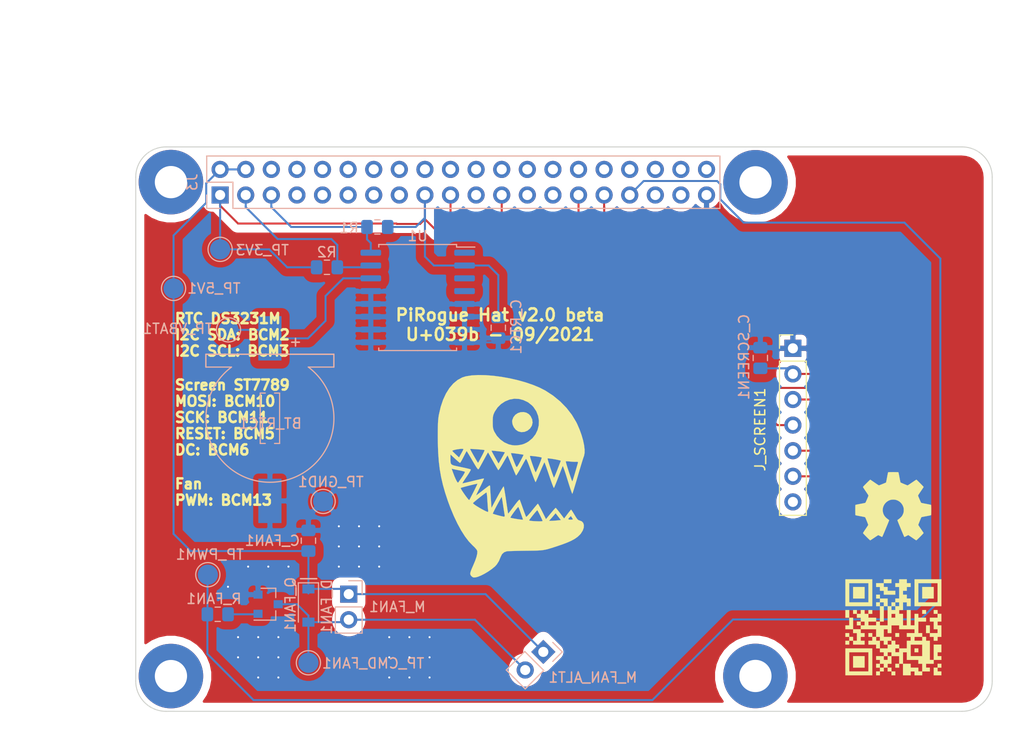
<source format=kicad_pcb>
(kicad_pcb (version 20211014) (generator pcbnew)
  (layers (0 "F.Cu" signal) (1 "In1.Cu" signal) (2 "In2.Cu" signal) (31 "B.Cu" signal) (34 "B.Paste" user) (35 "F.Paste" user) (36 "B.SilkS" user "B.Silkscreen") (37 "F.SilkS" user "F.Silkscreen") (38 "B.Mask" user) (39 "F.Mask" user) (44 "Edge.Cuts" user))
  (net 0 "")
  (net 1 "GND")
  (net 2 "Net-(BT_RTC1-Pad1)")
  (net 3 "+3V3")
  (net 4 "Net-(D_FAN1-Pad2)")
  (net 5 "+5V")
  (net 6 "PWM_FAN")
  (net 7 "SPI0_SCK")
  (net 8 "SPI0_DC")
  (net 9 "SPI0_MOSI")
  (net 10 "SCREEN_RESET")
  (net 11 "I2C0_SCL")
  (net 12 "I2C0_SDA")
  (net 13 "Net-(J3-Pad7)")
  (net 14 "Net-(J3-Pad8)")
  (net 15 "Net-(J3-Pad10)")
  (net 16 "Net-(J3-Pad11)")
  (net 17 "Net-(J3-Pad12)")
  (net 18 "Net-(J3-Pad13)")
  (net 19 "Net-(J3-Pad15)")
  (net 20 "Net-(J3-Pad16)")
  (net 21 "Net-(J3-Pad24)")
  (net 22 "Net-(J3-Pad26)")
  (net 23 "Net-(J3-Pad27)")
  (net 24 "Net-(J3-Pad28)")
  (net 25 "Net-(J3-Pad35)")
  (net 26 "Net-(J3-Pad36)")
  (net 27 "Net-(J3-Pad37)")
  (net 28 "Net-(J3-Pad38)")
  (net 29 "Net-(J3-Pad40)")
  (net 30 "Net-(J_SCREEN1-Pad7)")
  (net 31 "Net-(Q_FAN1-Pad1)")
  (net 32 "Net-(U1-Pad4)")
  (net 33 "Net-(U1-Pad3)")
  (net 34 "Net-(U1-Pad1)")
  (net 35 "Net-(J3-Pad18)")
  (net 36 "Net-(J3-Pad22)")
  (net 37 "Net-(J3-Pad32)")
  (net 38 "Net-(J3-Pad6)")
  (net 39 "Net-(J3-Pad14)")
  (net 40 "Net-(J3-Pad20)")
  (net 41 "Net-(J3-Pad25)")
  (net 42 "Net-(J3-Pad30)")
  (net 43 "Net-(J3-Pad34)")
  (net 44 "Net-(J3-Pad9)")
  (net 45 "Net-(J3-Pad21)")
  (footprint "MountingHole:MountingHole_3.2mm_M3_Pad" (layer "F.Cu") (at 86.34 134.85)
    (fp_text reference "H1")
    (fp_text value "3mm_Mounting_Hole")
    (pad "1" thru_hole circle locked (at 0 0) (size 6.4 6.4) (drill 3.2) (layers *.Cu *.Mask))
  )
  (footprint "MountingHole:MountingHole_3.2mm_M3_Pad" (layer "F.Cu") (at 144.34 134.87)
    (fp_text reference "H2")
    (fp_text value "3mm_Mounting_Hole")
    (pad "1" thru_hole circle locked (at 0 0) (size 6.4 6.4) (drill 3.2) (layers *.Cu *.Mask))
  )
  (footprint "MountingHole:MountingHole_3.2mm_M3_Pad" (layer "F.Cu") (at 86.34 183.86)
    (fp_text reference "H3")
    (fp_text value "3mm_Mounting_Hole")
    (pad "1" thru_hole circle locked (at 0 0) (size 6.4 6.4) (drill 3.2) (layers *.Cu *.Mask))
  )
  (footprint "MountingHole:MountingHole_3.2mm_M3_Pad" (layer "F.Cu") (at 144.33 183.85)
    (fp_text reference "H4")
    (fp_text value "3mm_Mounting_Hole")
    (pad "1" thru_hole circle locked (at 0 0) (size 6.4 6.4) (drill 3.2) (layers *.Cu *.Mask))
  )
  (footprint "Connector_PinHeader_2.54mm:PinHeader_1x07_P2.54mm_Vertical" (layer "F.Cu") (at 148.05 151.34)
    (fp_text reference "J_SCREEN1" (at -3.25 8.06 -90) (layer "F.SilkS"))
    (fp_text value "Conn_01x07_Female" hide)
    (pad "1" thru_hole rect locked (at 0 0) (size 1.7 1.7) (drill 1) (layers *.Cu *.Mask) (net 1 "GND"))
    (pad "2" thru_hole oval locked (at 0 2.54) (size 1.7 1.7) (drill 1) (layers *.Cu *.Mask) (net 3 "+3V3"))
    (pad "3" thru_hole oval locked (at 0 5.08) (size 1.7 1.7) (drill 1) (layers *.Cu *.Mask) (net 7 "SPI0_SCK"))
    (pad "4" thru_hole oval locked (at 0 7.62) (size 1.7 1.7) (drill 1) (layers *.Cu *.Mask) (net 9 "SPI0_MOSI"))
    (pad "5" thru_hole oval locked (at 0 10.16) (size 1.7 1.7) (drill 1) (layers *.Cu *.Mask) (net 10 "SCREEN_RESET"))
    (pad "6" thru_hole oval locked (at 0 12.7) (size 1.7 1.7) (drill 1) (layers *.Cu *.Mask) (net 8 "SPI0_DC"))
    (pad "7" thru_hole oval locked (at 0 15.24) (size 1.7 1.7) (drill 1) (layers *.Cu *.Mask) (net 30 "Net-(J_SCREEN1-Pad7)"))
  )
  (footprint "project_footprints:pirogue_logo" (layer "F.Cu") (at 120 164)
    (fp_text reference "G***" hide)
    (fp_text value "LOGO" hide)
  )
  (footprint "project_footprints:qr_code" (layer "F.Cu") (at 158 179)
    (fp_text reference "G***" hide)
    (fp_text value "LOGO" hide)
  )
  (footprint "project_footprints:open_harware" (layer "F.Cu") (at 158 167)
    (fp_text reference "G***" hide)
    (fp_text value "LOGO" hide)
  )
  (footprint "Connector_PinSocket_2.54mm:PinSocket_2x20_P2.54mm_Vertical" (layer "B.Cu") (at 91.22 136.13 -90)
    (fp_text reference "J3" (at -1.27 2.77 -90) (layer "B.SilkS") (effects (justify mirror)))
    (fp_text value "40HAT" hide)
    (pad "1" thru_hole rect locked (at 0 0 270) (size 1.7 1.7) (drill 1) (layers *.Cu *.Mask) (net 3 "+3V3"))
    (pad "2" thru_hole oval locked (at -2.54 0 270) (size 1.7 1.7) (drill 1) (layers *.Cu *.Mask) (net 5 "+5V"))
    (pad "3" thru_hole oval locked (at 0 -2.54 270) (size 1.7 1.7) (drill 1) (layers *.Cu *.Mask) (net 12 "I2C0_SDA"))
    (pad "4" thru_hole oval locked (at -2.54 -2.54 270) (size 1.7 1.7) (drill 1) (layers *.Cu *.Mask) (net 5 "+5V"))
    (pad "5" thru_hole oval locked (at 0 -5.08 270) (size 1.7 1.7) (drill 1) (layers *.Cu *.Mask) (net 11 "I2C0_SCL"))
    (pad "6" thru_hole oval locked (at -2.54 -5.08 270) (size 1.7 1.7) (drill 1) (layers *.Cu *.Mask) (net 38 "Net-(J3-Pad6)"))
    (pad "7" thru_hole oval locked (at 0 -7.62 270) (size 1.7 1.7) (drill 1) (layers *.Cu *.Mask) (net 13 "Net-(J3-Pad7)"))
    (pad "8" thru_hole oval locked (at -2.54 -7.62 270) (size 1.7 1.7) (drill 1) (layers *.Cu *.Mask) (net 14 "Net-(J3-Pad8)"))
    (pad "9" thru_hole oval locked (at 0 -10.16 270) (size 1.7 1.7) (drill 1) (layers *.Cu *.Mask) (net 44 "Net-(J3-Pad9)"))
    (pad "10" thru_hole oval locked (at -2.54 -10.16 270) (size 1.7 1.7) (drill 1) (layers *.Cu *.Mask) (net 15 "Net-(J3-Pad10)"))
    (pad "11" thru_hole oval locked (at 0 -12.7 270) (size 1.7 1.7) (drill 1) (layers *.Cu *.Mask) (net 16 "Net-(J3-Pad11)"))
    (pad "12" thru_hole oval locked (at -2.54 -12.7 270) (size 1.7 1.7) (drill 1) (layers *.Cu *.Mask) (net 17 "Net-(J3-Pad12)"))
    (pad "13" thru_hole oval locked (at 0 -15.24 270) (size 1.7 1.7) (drill 1) (layers *.Cu *.Mask) (net 18 "Net-(J3-Pad13)"))
    (pad "14" thru_hole oval locked (at -2.54 -15.24 270) (size 1.7 1.7) (drill 1) (layers *.Cu *.Mask) (net 39 "Net-(J3-Pad14)"))
    (pad "15" thru_hole oval locked (at 0 -17.78 270) (size 1.7 1.7) (drill 1) (layers *.Cu *.Mask) (net 19 "Net-(J3-Pad15)"))
    (pad "16" thru_hole oval locked (at -2.54 -17.78 270) (size 1.7 1.7) (drill 1) (layers *.Cu *.Mask) (net 20 "Net-(J3-Pad16)"))
    (pad "17" thru_hole oval locked (at 0 -20.32 270) (size 1.7 1.7) (drill 1) (layers *.Cu *.Mask) (net 3 "+3V3"))
    (pad "18" thru_hole oval locked (at -2.54 -20.32 270) (size 1.7 1.7) (drill 1) (layers *.Cu *.Mask) (net 35 "Net-(J3-Pad18)"))
    (pad "19" thru_hole oval locked (at 0 -22.86 270) (size 1.7 1.7) (drill 1) (layers *.Cu *.Mask) (net 9 "SPI0_MOSI"))
    (pad "20" thru_hole oval locked (at -2.54 -22.86 270) (size 1.7 1.7) (drill 1) (layers *.Cu *.Mask) (net 40 "Net-(J3-Pad20)"))
    (pad "21" thru_hole oval locked (at 0 -25.4 270) (size 1.7 1.7) (drill 1) (layers *.Cu *.Mask) (net 45 "Net-(J3-Pad21)"))
    (pad "22" thru_hole oval locked (at -2.54 -25.4 270) (size 1.7 1.7) (drill 1) (layers *.Cu *.Mask) (net 36 "Net-(J3-Pad22)"))
    (pad "23" thru_hole oval locked (at 0 -27.94 270) (size 1.7 1.7) (drill 1) (layers *.Cu *.Mask) (net 7 "SPI0_SCK"))
    (pad "24" thru_hole oval locked (at -2.54 -27.94 270) (size 1.7 1.7) (drill 1) (layers *.Cu *.Mask) (net 21 "Net-(J3-Pad24)"))
    (pad "25" thru_hole oval locked (at 0 -30.48 270) (size 1.7 1.7) (drill 1) (layers *.Cu *.Mask) (net 41 "Net-(J3-Pad25)"))
    (pad "26" thru_hole oval locked (at -2.54 -30.48 270) (size 1.7 1.7) (drill 1) (layers *.Cu *.Mask) (net 22 "Net-(J3-Pad26)"))
    (pad "27" thru_hole oval locked (at 0 -33.02 270) (size 1.7 1.7) (drill 1) (layers *.Cu *.Mask) (net 23 "Net-(J3-Pad27)"))
    (pad "28" thru_hole oval locked (at -2.54 -33.02 270) (size 1.7 1.7) (drill 1) (layers *.Cu *.Mask) (net 24 "Net-(J3-Pad28)"))
    (pad "29" thru_hole oval locked (at 0 -35.56 270) (size 1.7 1.7) (drill 1) (layers *.Cu *.Mask) (net 10 "SCREEN_RESET"))
    (pad "30" thru_hole oval locked (at -2.54 -35.56 270) (size 1.7 1.7) (drill 1) (layers *.Cu *.Mask) (net 42 "Net-(J3-Pad30)"))
    (pad "31" thru_hole oval locked (at 0 -38.1 270) (size 1.7 1.7) (drill 1) (layers *.Cu *.Mask) (net 8 "SPI0_DC"))
    (pad "32" thru_hole oval locked (at -2.54 -38.1 270) (size 1.7 1.7) (drill 1) (layers *.Cu *.Mask) (net 37 "Net-(J3-Pad32)"))
    (pad "33" thru_hole oval locked (at 0 -40.64 270) (size 1.7 1.7) (drill 1) (layers *.Cu *.Mask) (net 6 "PWM_FAN"))
    (pad "34" thru_hole oval locked (at -2.54 -40.64 270) (size 1.7 1.7) (drill 1) (layers *.Cu *.Mask) (net 43 "Net-(J3-Pad34)"))
    (pad "35" thru_hole oval locked (at 0 -43.18 270) (size 1.7 1.7) (drill 1) (layers *.Cu *.Mask) (net 25 "Net-(J3-Pad35)"))
    (pad "36" thru_hole oval locked (at -2.54 -43.18 270) (size 1.7 1.7) (drill 1) (layers *.Cu *.Mask) (net 26 "Net-(J3-Pad36)"))
    (pad "37" thru_hole oval locked (at 0 -45.72 270) (size 1.7 1.7) (drill 1) (layers *.Cu *.Mask) (net 27 "Net-(J3-Pad37)"))
    (pad "38" thru_hole oval locked (at -2.54 -45.72 270) (size 1.7 1.7) (drill 1) (layers *.Cu *.Mask) (net 28 "Net-(J3-Pad38)"))
    (pad "39" thru_hole oval locked (at 0 -48.26 270) (size 1.7 1.7) (drill 1) (layers *.Cu *.Mask) (net 1 "GND"))
    (pad "40" thru_hole oval locked (at -2.54 -48.26 270) (size 1.7 1.7) (drill 1) (layers *.Cu *.Mask) (net 29 "Net-(J3-Pad40)"))
  )
  (footprint "pirogue_hat:Mikroteck-CR1220" (layer "B.Cu") (at 96.16 158.28)
    (fp_text reference "BT_RTC1" (at 0.04 0.52) (layer "B.SilkS") (effects (justify mirror)))
    (fp_text value "Battery_Cell")
    (fp_text user "+" (at 2.54 -7.62) (layer "B.SilkS") (effects (justify mirror)))
    (pad "1" smd rect locked (at 0 -7.93) (size 2.3 4.4) (layers "B.Cu" "B.Paste" "B.Mask") (net 2 "Net-(BT_RTC1-Pad1)"))
    (pad "2" smd rect locked (at 0 8.2) (size 2.3 4.4) (layers "B.Cu" "B.Paste" "B.Mask") (net 1 "GND"))
  )
  (footprint "Capacitor_SMD:C_0805_2012Metric_Pad1.15x1.40mm_HandSolder" (layer "B.Cu") (at 118.82 149.3 -90)
    (fp_text reference "C_RTC1" (at -0.1 -1.78 -90) (layer "B.SilkS") (effects (justify mirror)))
    (fp_text value "1u" hide)
    (pad "1" smd roundrect locked (at -1.025 0 270) (size 1.15 1.4) (layers "B.Cu" "B.Paste" "B.Mask") (roundrect_rratio 0.217391) (net 3 "+3V3"))
    (pad "2" smd roundrect locked (at 1.025 0 270) (size 1.15 1.4) (layers "B.Cu" "B.Paste" "B.Mask") (roundrect_rratio 0.217391) (net 1 "GND"))
  )
  (footprint "Capacitor_SMD:C_0805_2012Metric_Pad1.15x1.40mm_HandSolder" (layer "B.Cu") (at 144.82 152.3 90)
    (fp_text reference "C_SCREEN1" (at 0.1 -1.62 90) (layer "B.SilkS") (effects (justify mirror)))
    (fp_text value "1u" hide)
    (pad "1" smd roundrect locked (at -1.025 0 90) (size 1.15 1.4) (layers "B.Cu" "B.Paste" "B.Mask") (roundrect_rratio 0.217391) (net 3 "+3V3"))
    (pad "2" smd roundrect locked (at 1.025 0 90) (size 1.15 1.4) (layers "B.Cu" "B.Paste" "B.Mask") (roundrect_rratio 0.217391) (net 1 "GND"))
  )
  (footprint "Diode_SMD:D_SOD-123" (layer "B.Cu") (at 99.98 176.86 -90)
    (fp_text reference "D_FAN1" (at 0.14 -1.82 -90) (layer "B.SilkS") (effects (justify mirror)))
    (fp_text value "1N4148W")
    (pad "1" smd rect locked (at -1.65 0 270) (size 0.9 1.2) (layers "B.Cu" "B.Paste" "B.Mask") (net 5 "+5V"))
    (pad "2" smd rect locked (at 1.65 0 270) (size 0.9 1.2) (layers "B.Cu" "B.Paste" "B.Mask") (net 4 "Net-(D_FAN1-Pad2)"))
  )
  (footprint "Connector_PinHeader_2.54mm:PinHeader_1x02_P2.54mm_Vertical" (layer "B.Cu") (at 103.98 175.73 180)
    (fp_text reference "M_FAN1" (at -4.82 -1.27) (layer "B.SilkS") (effects (justify mirror)))
    (fp_text value "Fan")
    (pad "1" thru_hole rect locked (at 0 0 180) (size 1.7 1.7) (drill 1) (layers *.Cu *.Mask) (net 5 "+5V"))
    (pad "2" thru_hole oval locked (at 0 -2.54 180) (size 1.7 1.7) (drill 1) (layers *.Cu *.Mask) (net 4 "Net-(D_FAN1-Pad2)"))
  )
  (footprint "Package_TO_SOT_SMD:SOT-23" (layer "B.Cu") (at 95.98 176.73)
    (fp_text reference "Q_FAN1" (at 2.22 0.07 90) (layer "B.SilkS") (effects (justify mirror)))
    (fp_text value "BC817")
    (pad "1" smd rect locked (at -1 0.95) (size 0.9 0.8) (layers "B.Cu" "B.Paste" "B.Mask") (net 31 "Net-(Q_FAN1-Pad1)"))
    (pad "2" smd rect locked (at -1 -0.95) (size 0.9 0.8) (layers "B.Cu" "B.Paste" "B.Mask") (net 1 "GND"))
    (pad "3" smd rect locked (at 1 0) (size 0.9 0.8) (layers "B.Cu" "B.Paste" "B.Mask") (net 4 "Net-(D_FAN1-Pad2)"))
  )
  (footprint "Resistor_SMD:R_0805_2012Metric_Pad1.15x1.40mm_HandSolder" (layer "B.Cu") (at 106.82 139.3 180)
    (fp_text reference "R1" (at 2.82 -0.1) (layer "B.SilkS") (effects (justify mirror)))
    (fp_text value "10k" hide)
    (pad "1" smd roundrect locked (at -1.025 0 180) (size 1.15 1.4) (layers "B.Cu" "B.Paste" "B.Mask") (roundrect_rratio 0.217391) (net 3 "+3V3"))
    (pad "2" smd roundrect locked (at 1.025 0 180) (size 1.15 1.4) (layers "B.Cu" "B.Paste" "B.Mask") (roundrect_rratio 0.217391) (net 11 "I2C0_SCL"))
  )
  (footprint "Resistor_SMD:R_0805_2012Metric_Pad1.15x1.40mm_HandSolder" (layer "B.Cu") (at 101.82 143.3)
    (fp_text reference "R2" (at -0.02 -1.5) (layer "B.SilkS") (effects (justify mirror)))
    (fp_text value "10k")
    (pad "1" smd roundrect locked (at -1.025 0) (size 1.15 1.4) (layers "B.Cu" "B.Paste" "B.Mask") (roundrect_rratio 0.217391) (net 3 "+3V3"))
    (pad "2" smd roundrect locked (at 1.025 0) (size 1.15 1.4) (layers "B.Cu" "B.Paste" "B.Mask") (roundrect_rratio 0.217391) (net 12 "I2C0_SDA"))
  )
  (footprint "Resistor_SMD:R_0805_2012Metric_Pad1.15x1.40mm_HandSolder" (layer "B.Cu") (at 90.98 177.73 180)
    (fp_text reference "R_FAN1" (at 0.38 1.53) (layer "B.SilkS") (effects (justify mirror)))
    (fp_text value "1k")
    (pad "1" smd roundrect locked (at -1.025 0 180) (size 1.15 1.4) (layers "B.Cu" "B.Paste" "B.Mask") (roundrect_rratio 0.217391) (net 31 "Net-(Q_FAN1-Pad1)"))
    (pad "2" smd roundrect locked (at 1.025 0 180) (size 1.15 1.4) (layers "B.Cu" "B.Paste" "B.Mask") (roundrect_rratio 0.217391) (net 6 "PWM_FAN"))
  )
  (footprint "Package_SO:SOIC-16W_7.5x10.3mm_P1.27mm" (layer "B.Cu") (at 110.82 146.3 180)
    (fp_text reference "U1" (at 0 6.1) (layer "B.SilkS") (effects (justify mirror)))
    (fp_text value "DS3231M" hide)
    (pad "1" smd roundrect locked (at -4.65 4.445 180) (size 2.05 0.6) (layers "B.Cu" "B.Paste" "B.Mask") (net 34 "Net-(U1-Pad1)"))
    (pad "2" smd roundrect locked (at -4.65 3.175 180) (size 2.05 0.6) (layers "B.Cu" "B.Paste" "B.Mask") (net 3 "+3V3"))
    (pad "3" smd roundrect locked (at -4.65 1.905 180) (size 2.05 0.6) (layers "B.Cu" "B.Paste" "B.Mask") (net 33 "Net-(U1-Pad3)"))
    (pad "4" smd roundrect locked (at -4.65 0.635 180) (size 2.05 0.6) (layers "B.Cu" "B.Paste" "B.Mask") (net 32 "Net-(U1-Pad4)"))
    (pad "5" smd roundrect locked (at -4.65 -0.635 180) (size 2.05 0.6) (layers "B.Cu" "B.Paste" "B.Mask") (net 1 "GND"))
    (pad "6" smd roundrect locked (at -4.65 -1.905 180) (size 2.05 0.6) (layers "B.Cu" "B.Paste" "B.Mask") (net 1 "GND"))
    (pad "7" smd roundrect locked (at -4.65 -3.175 180) (size 2.05 0.6) (layers "B.Cu" "B.Paste" "B.Mask") (net 1 "GND"))
    (pad "8" smd roundrect locked (at -4.65 -4.445 180) (size 2.05 0.6) (layers "B.Cu" "B.Paste" "B.Mask") (net 1 "GND"))
    (pad "9" smd roundrect locked (at 4.65 -4.445 180) (size 2.05 0.6) (layers "B.Cu" "B.Paste" "B.Mask") (net 1 "GND"))
    (pad "10" smd roundrect locked (at 4.65 -3.175 180) (size 2.05 0.6) (layers "B.Cu" "B.Paste" "B.Mask") (net 1 "GND"))
    (pad "11" smd roundrect locked (at 4.65 -1.905 180) (size 2.05 0.6) (layers "B.Cu" "B.Paste" "B.Mask") (net 1 "GND"))
    (pad "12" smd roundrect locked (at 4.65 -0.635 180) (size 2.05 0.6) (layers "B.Cu" "B.Paste" "B.Mask") (net 1 "GND"))
    (pad "13" smd roundrect locked (at 4.65 0.635 180) (size 2.05 0.6) (layers "B.Cu" "B.Paste" "B.Mask") (net 1 "GND"))
    (pad "14" smd roundrect locked (at 4.65 1.905 180) (size 2.05 0.6) (layers "B.Cu" "B.Paste" "B.Mask") (net 2 "Net-(BT_RTC1-Pad1)"))
    (pad "15" smd roundrect locked (at 4.65 3.175 180) (size 2.05 0.6) (layers "B.Cu" "B.Paste" "B.Mask") (net 12 "I2C0_SDA"))
    (pad "16" smd roundrect locked (at 4.65 4.445 180) (size 2.05 0.6) (layers "B.Cu" "B.Paste" "B.Mask") (net 11 "I2C0_SCL"))
  )
  (footprint "TestPoint:TestPoint_Pad_D2.0mm" (layer "B.Cu") (at 91.22 141.52)
    (fp_text reference "TP_3V3" (at 4.18 0.08) (layer "B.SilkS") (effects (justify mirror)))
    (fp_text value "TestPoint")
    (pad "1" smd circle locked (at 0 0) (size 2 2) (layers "B.Cu" "B.Mask") (net 3 "+3V3"))
  )
  (footprint "TestPoint:TestPoint_Pad_D2.0mm" (layer "B.Cu") (at 86.6 145.4)
    (fp_text reference "TP_5V1" (at 4 0) (layer "B.SilkS") (effects (justify mirror)))
    (fp_text value "TestPoint")
    (pad "1" smd circle locked (at 0 0) (size 2 2) (layers "B.Cu" "B.Mask") (net 5 "+5V"))
  )
  (footprint "TestPoint:TestPoint_Pad_D2.0mm" (layer "B.Cu") (at 99.98 182.54)
    (fp_text reference "TP_CMD_FAN1" (at 6.42 0.06) (layer "B.SilkS") (effects (justify mirror)))
    (fp_text value "TestPoint")
    (pad "1" smd circle locked (at 0 0) (size 2 2) (layers "B.Cu" "B.Mask") (net 4 "Net-(D_FAN1-Pad2)"))
  )
  (footprint "TestPoint:TestPoint_Pad_D2.0mm" (layer "B.Cu") (at 92.05 149.51)
    (fp_text reference "TP_VBAT1" (at -5.05 -0.11) (layer "B.SilkS") (effects (justify mirror)))
    (fp_text value "TestPoint")
    (pad "1" smd circle locked (at 0 0) (size 2 2) (layers "B.Cu" "B.Mask") (net 2 "Net-(BT_RTC1-Pad1)"))
  )
  (footprint "TestPoint:TestPoint_Pad_D2.0mm" (layer "B.Cu") (at 101.44 166.53)
    (fp_text reference "TP_GND1" (at 0.76 -1.93) (layer "B.SilkS") (effects (justify mirror)))
    (fp_text value "TestPoint")
    (pad "1" smd circle locked (at 0 0) (size 2 2) (layers "B.Cu" "B.Mask") (net 1 "GND"))
  )
  (footprint "Capacitor_SMD:C_0805_2012Metric_Pad1.15x1.40mm_HandSolder" (layer "B.Cu") (at 99.98 170.43 90)
    (fp_text reference "C_FAN1" (at 0 -3.58 180) (layer "B.SilkS") (effects (justify mirror)))
    (fp_text value "1u")
    (pad "1" smd roundrect locked (at -1.025 0 90) (size 1.15 1.4) (layers "B.Cu" "B.Paste" "B.Mask") (roundrect_rratio 0.217391) (net 5 "+5V"))
    (pad "2" smd roundrect locked (at 1.025 0 90) (size 1.15 1.4) (layers "B.Cu" "B.Paste" "B.Mask") (roundrect_rratio 0.217391) (net 1 "GND"))
  )
  (footprint "Connector_PinHeader_2.54mm:PinHeader_1x02_P2.54mm_Vertical" (layer "B.Cu") (at 123.28652 181.46268 135)
    (fp_text reference "M_FAN_ALT1" (at -5.268511 1.680199 180) (layer "B.SilkS") (effects (justify mirror)))
    (fp_text value "Fan" hide)
    (pad "1" thru_hole rect locked (at 0 0 135) (size 1.7 1.7) (drill 1) (layers *.Cu *.Mask) (net 5 "+5V"))
    (pad "2" thru_hole oval locked (at 0 -2.54 135) (size 1.7 1.7) (drill 1) (layers *.Cu *.Mask) (net 4 "Net-(D_FAN1-Pad2)"))
  )
  (footprint "TestPoint:TestPoint_Pad_D2.0mm" (layer "B.Cu") (at 90 173.8)
    (fp_text reference "TP_PWM1" (at 0.2 -2) (layer "B.SilkS") (effects (justify mirror)))
    (fp_text value "TestPoint")
    (pad "1" smd circle locked (at 0 0) (size 2 2) (layers "B.Cu" "B.Mask") (net 6 "PWM_FAN"))
  )
  (gr_line (start 99.2 174.2) (end 100.8 174.2) (layer "B.SilkS") (width 0.15))
  (gr_arc (start 167.826356 184.357611) (mid 166.947676 186.478931) (end 164.826356 187.357611) (layer "Edge.Cuts") (width 0.1))
  (gr_line (start 167.826356 184.357611) (end 167.826356 134.357611) (layer "Edge.Cuts") (width 0.1))
  (gr_arc (start 164.826356 131.357611) (mid 166.947676 132.236291) (end 167.826356 134.357611) (layer "Edge.Cuts") (width 0.1))
  (gr_line (start 164.826356 131.357611) (end 85.846356 131.357611) (layer "Edge.Cuts") (width 0.1))
  (gr_arc (start 85.846356 187.357611) (mid 83.725036 186.478931) (end 82.846356 184.357611) (layer "Edge.Cuts") (width 0.1))
  (gr_line (start 85.846356 187.357611) (end 164.826356 187.357611) (layer "Edge.Cuts") (width 0.1))
  (gr_line (start 82.846356 134.357611) (end 82.846356 184.357611) (layer "Edge.Cuts") (width 0.1))
  (gr_arc (start 82.846356 134.357611) (mid 83.725036 132.236291) (end 85.846356 131.357611) (layer "Edge.Cuts") (width 0.1))
  (gr_text "Fan\nPWM: BCM13" (at 86.6 165.6) (layer "F.SilkS") (effects (font (size 1 1) (thickness 0.25)) (justify left)))
  (gr_text "RTC DS3231M\nI2C SDA: BCM2\nI2C SCL: BCM3" (at 86.6 150) (layer "F.SilkS") (effects (font (size 1 1) (thickness 0.25)) (justify left)))
  (gr_text "PiRogue Hat v2.0 beta\nU+039b - 09/2021" (at 119 149) (layer "F.SilkS") (effects (font (size 1.2 1.2) (thickness 0.25))))
  (gr_text "Screen ST7789\nMOSI: BCM10\nSCK: BCM11\nRESET: BCM5\nDC: BCM6" (at 86.6 158.2) (layer "F.SilkS") (effects (font (size 1 1) (thickness 0.25)) (justify left)))
  (via (at 96 173) (size 0.8) (drill 0.2) (layers "F.Cu" "B.Cu") (net 1))
  (via (at 94 173) (size 0.8) (drill 0.2) (layers "F.Cu" "B.Cu") (net 1))
  (via (at 103 169) (size 0.8) (drill 0.2) (layers "F.Cu" "B.Cu") (net 1))
  (via (at 103 171) (size 0.8) (drill 0.2) (layers "F.Cu" "B.Cu") (net 1))
  (via (at 103 173) (size 0.8) (drill 0.2) (layers "F.Cu" "B.Cu") (net 1))
  (via (at 105 173) (size 0.8) (drill 0.2) (layers "F.Cu" "B.Cu") (net 1))
  (via (at 105 171) (size 0.8) (drill 0.2) (layers "F.Cu" "B.Cu") (net 1))
  (via (at 105 169) (size 0.8) (drill 0.2) (layers "F.Cu" "B.Cu") (net 1))
  (via (at 107 169) (size 0.8) (drill 0.2) (layers "F.Cu" "B.Cu") (net 1))
  (via (at 107 171) (size 0.8) (drill 0.2) (layers "F.Cu" "B.Cu") (net 1))
  (via (at 107 173) (size 0.8) (drill 0.2) (layers "F.Cu" "B.Cu") (net 1))
  (via (at 92 175) (size 0.8) (drill 0.2) (layers "F.Cu" "B.Cu") (net 1))
  (via (at 95 182) (size 0.8) (drill 0.2) (layers "F.Cu" "B.Cu") (net 1))
  (via (at 93 182) (size 0.8) (drill 0.2) (layers "F.Cu" "B.Cu") (net 1))
  (via (at 97 180) (size 0.8) (drill 0.2) (layers "F.Cu" "B.Cu") (net 1))
  (via (at 95 184) (size 0.8) (drill 0.2) (layers "F.Cu" "B.Cu") (net 1))
  (via (at 93 180) (size 0.8) (drill 0.2) (layers "F.Cu" "B.Cu") (net 1))
  (via (at 95 180) (size 0.8) (drill 0.2) (layers "F.Cu" "B.Cu") (net 1))
  (via (at 97 182) (size 0.8) (drill 0.2) (layers "F.Cu" "B.Cu") (net 1))
  (via (at 97 184) (size 0.8) (drill 0.2) (layers "F.Cu" "B.Cu") (net 1))
  (via (at 110 182) (size 0.8) (drill 0.2) (layers "F.Cu" "B.Cu") (net 1))
  (via (at 108 180) (size 0.8) (drill 0.2) (layers "F.Cu" "B.Cu") (net 1))
  (via (at 110 180) (size 0.8) (drill 0.2) (layers "F.Cu" "B.Cu") (net 1))
  (via (at 108 184) (size 0.8) (drill 0.2) (layers "F.Cu" "B.Cu") (net 1))
  (via (at 112 182) (size 0.8) (drill 0.2) (layers "F.Cu" "B.Cu") (net 1))
  (via (at 112 180) (size 0.8) (drill 0.2) (layers "F.Cu" "B.Cu") (net 1))
  (via (at 110 184) (size 0.8) (drill 0.2) (layers "F.Cu" "B.Cu") (net 1))
  (via (at 108 182) (size 0.8) (drill 0.2) (layers "F.Cu" "B.Cu") (net 1))
  (via (at 112 184) (size 0.8) (drill 0.2) (layers "F.Cu" "B.Cu") (net 1))
  (via (at 98 173) (size 0.8) (drill 0.2) (layers "F.Cu" "B.Cu") (net 1))
  (segment (start 147.985 151.275) (end 148.05 151.34) (width 0.2) (layer "B.Cu") (net 1))
  (segment (start 144.82 151.275) (end 147.985 151.275) (width 0.2) (layer "B.Cu") (net 1))
  (segment (start 118.4 150.745) (end 118.82 150.325) (width 0.2) (layer "B.Cu") (net 1))
  (segment (start 115.47 150.745) (end 118.4 150.745) (width 0.2) (layer "B.Cu") (net 1))
  (segment (start 101.68 146.15) (end 101.68 148.61) (width 0.2) (layer "B.Cu") (net 2))
  (segment (start 92.05 149.51) (end 95.32 149.51) (width 0.2) (layer "B.Cu") (net 2))
  (segment (start 101.68 148.61) (end 99.94 150.35) (width 0.2) (layer "B.Cu") (net 2))
  (segment (start 99.94 150.35) (end 96.16 150.35) (width 0.2) (layer "B.Cu") (net 2))
  (segment (start 95.32 149.51) (end 96.16 150.35) (width 0.2) (layer "B.Cu") (net 2))
  (segment (start 103.435 144.395) (end 101.68 146.15) (width 0.2) (layer "B.Cu") (net 2))
  (segment (start 106.17 144.395) (end 103.435 144.395) (width 0.2) (layer "B.Cu") (net 2))
  (segment (start 153.1044 153.88) (end 148.05 153.88) (width 0.2) (layer "F.Cu") (net 3))
  (segment (start 154.73057 152.25383) (end 153.1044 153.88) (width 0.2) (layer "F.Cu") (net 3))
  (segment (start 125.189836 139.741873) (end 128.381383 142.93342) (width 0.2) (layer "F.Cu") (net 3))
  (segment (start 93 138.96) (end 108.71 138.96) (width 0.2) (layer "F.Cu") (net 3))
  (segment (start 128.381383 142.93342) (end 153.547706 142.93342) (width 0.2) (layer "F.Cu") (net 3))
  (segment (start 112.765373 139.747793) (end 115.092947 139.747793) (width 0.2) (layer "F.Cu") (net 3))
  (segment (start 108.75 139) (end 111.06242 139) (width 0.2) (layer "F.Cu") (net 3))
  (segment (start 115.09887 139.74187) (end 125.189836 139.74187) (width 0.2) (layer "F.Cu") (net 3))
  (segment (start 111.54 136.13) (end 111.54 138.52242) (width 0.2) (layer "F.Cu") (net 3))
  (segment (start 111.06242 139) (end 111.54 138.52242) (width 0.2) (layer "F.Cu") (net 3))
  (segment (start 154.73057 144.116284) (end 154.73057 152.25383) (width 0.2) (layer "F.Cu") (net 3))
  (segment (start 153.547706 142.93342) (end 154.73057 144.116284) (width 0.2) (layer "F.Cu") (net 3))
  (segment (start 108.71 138.96) (end 108.75 139) (width 0.2) (layer "F.Cu") (net 3))
  (segment (start 115.092947 139.747793) (end 115.09887 139.74187) (width 0.2) (layer "F.Cu") (net 3))
  (segment (start 91.22 136.13) (end 91.22 137.18) (width 0.2) (layer "F.Cu") (net 3))
  (segment (start 111.54 138.52242) (end 112.765373 139.747793) (width 0.2) (layer "F.Cu") (net 3))
  (segment (start 91.22 137.18) (end 93 138.96) (width 0.2) (layer "F.Cu") (net 3))
  (segment (start 125.189836 139.74187) (end 125.189836 139.741873) (width 0.2) (layer "F.Cu") (net 3))
  (segment (start 111.54 136.13) (end 111.54 142.24) (width 0.2) (layer "B.Cu") (net 3))
  (segment (start 107.845 139.3) (end 110.63 139.3) (width 0.2) (layer "B.Cu") (net 3))
  (segment (start 117.865 143.125) (end 118.82 144.08) (width 0.2) (layer "B.Cu") (net 3))
  (segment (start 111.54 138.39) (end 111.54 136.13) (width 0.2) (layer "B.Cu") (net 3))
  (segment (start 118.82 144.08) (end 118.82 148.275) (width 0.2) (layer "B.Cu") (net 3))
  (segment (start 97.87 143.3) (end 100.795 143.3) (width 0.2) (layer "B.Cu") (net 3))
  (segment (start 91.22 141.52) (end 96.09 141.52) (width 0.2) (layer "B.Cu") (net 3))
  (segment (start 112.425 143.125) (end 115.47 143.125) (width 0.2) (layer "B.Cu") (net 3))
  (segment (start 147.495 153.325) (end 148.05 153.88) (width 0.2) (layer "B.Cu") (net 3))
  (segment (start 111.54 142.24) (end 112.425 143.125) (width 0.2) (layer "B.Cu") (net 3))
  (segment (start 115.47 143.125) (end 117.865 143.125) (width 0.2) (layer "B.Cu") (net 3))
  (segment (start 96.09 141.52) (end 97.87 143.3) (width 0.2) (layer "B.Cu") (net 3))
  (segment (start 110.63 139.3) (end 111.54 138.39) (width 0.2) (layer "B.Cu") (net 3))
  (segment (start 144.82 153.325) (end 147.495 153.325) (width 0.2) (layer "B.Cu") (net 3))
  (segment (start 91.22 136.13) (end 91.22 141.52) (width 0.2) (layer "B.Cu") (net 3))
  (segment (start 116.501738 178.27) (end 121.490469 183.258731) (width 0.2) (layer "B.Cu") (net 4))
  (segment (start 96.98 176.73) (end 98.85 176.73) (width 0.2) (layer "B.Cu") (net 4))
  (segment (start 103.74 178.51) (end 103.98 178.27) (width 0.2) (layer "B.Cu") (net 4))
  (segment (start 99.98 178.51) (end 103.74 178.51) (width 0.2) (layer "B.Cu") (net 4))
  (segment (start 103.98 178.27) (end 116.501738 178.27) (width 0.2) (layer "B.Cu") (net 4))
  (segment (start 99.98 177.86) (end 99.98 178.51) (width 0.2) (layer "B.Cu") (net 4))
  (segment (start 99.98 178.51) (end 99.98 179.16) (width 0.2) (layer "B.Cu") (net 4))
  (segment (start 99.98 179.16) (end 99.98 182.54) (width 0.2) (layer "B.Cu") (net 4))
  (segment (start 98.85 176.73) (end 99.98 177.86) (width 0.2) (layer "B.Cu") (net 4))
  (segment (start 99.98 173.4) (end 99.98 175.66) (width 0.2) (layer "B.Cu") (net 5))
  (segment (start 99.98 175.21) (end 103.46 175.21) (width 0.2) (layer "B.Cu") (net 5))
  (segment (start 89.840001 134.969999) (end 89.840001 136.899999) (width 0.2) (layer "B.Cu") (net 5))
  (segment (start 89.840001 136.899999) (end 86.6 140.14) (width 0.2) (layer "B.Cu") (net 5))
  (segment (start 86.6 142.63) (end 86.6 166.59) (width 0.2) (layer "B.Cu") (net 5))
  (segment (start 103.98 175.73) (end 117.55384 175.73) (width 0.2) (layer "B.Cu") (net 5))
  (segment (start 86.6 166.59) (end 86.6 169.75) (width 0.2) (layer "B.Cu") (net 5))
  (segment (start 93.76 133.59) (end 91.22 133.59) (width 0.2) (layer "B.Cu") (net 5))
  (segment (start 103.46 175.21) (end 103.98 175.73) (width 0.2) (layer "B.Cu") (net 5))
  (segment (start 91.22 133.59) (end 89.840001 134.969999) (width 0.2) (layer "B.Cu") (net 5))
  (segment (start 86.6 140.14) (end 86.6 142.63) (width 0.2) (layer "B.Cu") (net 5))
  (segment (start 99.98 173.4) (end 99.98 171.455) (width 0.2) (layer "B.Cu") (net 5))
  (segment (start 117.55384 175.73) (end 123.28652 181.46268) (width 0.2) (layer "B.Cu") (net 5))
  (segment (start 86.6 169.75) (end 88.305 171.455) (width 0.2) (layer "B.Cu") (net 5))
  (segment (start 88.305 171.455) (end 99.98 171.455) (width 0.2) (layer "B.Cu") (net 5))
  (segment (start 86.6 166.59) (end 86.6 167.63) (width 0.2) (layer "B.Cu") (net 5))
  (segment (start 134.10946 186.24042) (end 142.10792 178.24196) (width 0.2) (layer "B.Cu") (net 6))
  (segment (start 159.11888 138.87) (end 143.159998 138.87) (width 0.2) (layer "B.Cu") (net 6))
  (segment (start 89.955 181.6617) (end 94.53372 186.24042) (width 0.2) (layer "B.Cu") (net 6))
  (segment (start 133.249999 134.740001) (end 131.86 136.13) (width 0.2) (layer "B.Cu") (net 6))
  (segment (start 140.529999 134.740001) (end 133.249999 134.740001) (width 0.2) (layer "B.Cu") (net 6))
  (segment (start 162.67938 142.4305) (end 159.11888 138.87) (width 0.2) (layer "B.Cu") (net 6))
  (segment (start 89.97 177.715) (end 89.955 177.73) (width 0.2) (layer "B.Cu") (net 6))
  (segment (start 140.839999 136.550001) (end 140.839999 135.050001) (width 0.2) (layer "B.Cu") (net 6))
  (segment (start 94.53372 186.24042) (end 134.10946 186.24042) (width 0.2) (layer "B.Cu") (net 6))
  (segment (start 143.159998 138.87) (end 140.839999 136.550001) (width 0.2) (layer "B.Cu") (net 6))
  (segment (start 160.7439 178.22672) (end 162.67938 176.29124) (width 0.2) (layer "B.Cu") (net 6))
  (segment (start 89.955 177.73) (end 89.955 181.6617) (width 0.2) (layer "B.Cu") (net 6))
  (segment (start 162.67938 176.29124) (end 162.67938 142.4305) (width 0.2) (layer "B.Cu") (net 6))
  (segment (start 89.97 173.56) (end 89.97 177.715) (width 0.2) (layer "B.Cu") (net 6))
  (segment (start 140.839999 135.050001) (end 140.529999 134.740001) (width 0.2) (layer "B.Cu") (net 6))
  (segment (start 142.10792 178.24196) (end 160.7439 178.22672) (width 0.2) (layer "B.Cu") (net 6))
  (segment (start 153.864992 142.11931) (end 155.53059 143.784908) (width 0.2) (layer "F.Cu") (net 7))
  (segment (start 125.521212 138.94185) (end 128.698671 142.11931) (width 0.2) (layer "F.Cu") (net 7))
  (segment (start 155.53059 154.50181) (end 153.6124 156.42) (width 0.2) (layer "F.Cu") (net 7))
  (segment (start 119.76354 138.94185) (end 123.391249 138.94185) (width 0.2) (layer "F.Cu") (net 7))
  (segment (start 153.6124 156.42) (end 148.05 156.42) (width 0.2) (layer "F.Cu") (net 7))
  (segment (start 119.16 136.13) (end 119.16 138.33831) (width 0.2) (layer "F.Cu") (net 7))
  (segment (start 123.391249 138.94185) (end 125.521212 138.94185) (width 0.2) (layer "F.Cu") (net 7))
  (segment (start 155.53059 143.784908) (end 155.53059 154.50181) (width 0.2) (layer "F.Cu") (net 7))
  (segment (start 119.16 138.33831) (end 119.76354 138.94185) (width 0.2) (layer "F.Cu") (net 7))
  (segment (start 128.698671 142.11931) (end 153.864992 142.11931) (width 0.2) (layer "F.Cu") (net 7))
  (segment (start 131.18215 141.31929) (end 154.196369 141.31929) (width 0.2) (layer "F.Cu") (net 8))
  (segment (start 156.35732 143.480241) (end 156.35732 161.91484) (width 0.2) (layer "F.Cu") (net 8))
  (segment (start 154.23216 164.04) (end 148.05 164.04) (width 0.2) (layer "F.Cu") (net 8))
  (segment (start 154.196369 141.31929) (end 156.35732 143.480241) (width 0.2) (layer "F.Cu") (net 8))
  (segment (start 129.32 136.13) (end 129.32 137.332081) (width 0.2) (layer "F.Cu") (net 8))
  (segment (start 129.32918 139.46632) (end 131.18215 141.31929) (width 0.2) (layer "F.Cu") (net 8))
  (segment (start 129.32918 137.341261) (end 129.32918 139.46632) (width 0.2) (layer "F.Cu") (net 8))
  (segment (start 156.35732 161.91484) (end 154.23216 164.04) (width 0.2) (layer "F.Cu") (net 8))
  (segment (start 129.32 137.332081) (end 129.32918 137.341261) (width 0.2) (layer "F.Cu") (net 8))
  (segment (start 146.601381 155.269999) (end 146.04746 155.82392) (width 0.2) (layer "F.Cu") (net 9))
  (segment (start 114.08 138.39796) (end 115.0239 139.34186) (width 0.2) (layer "F.Cu") (net 9))
  (segment (start 155.13058 153.4845) (end 153.345081 155.269999) (width 0.2) (layer "F.Cu") (net 9))
  (segment (start 115.0239 139.34186) (end 125.355524 139.34186) (width 0.2) (layer "F.Cu") (net 9))
  (segment (start 128.532982 142.51932) (end 153.699304 142.51932) (width 0.2) (layer "F.Cu") (net 9))
  (segment (start 146.04746 158.49346) (end 146.514 158.96) (width 0.2) (layer "F.Cu") (net 9))
  (segment (start 153.345081 155.269999) (end 146.601381 155.269999) (width 0.2) (layer "F.Cu") (net 9))
  (segment (start 125.355524 139.34186) (end 128.532982 142.51932) (width 0.2) (layer "F.Cu") (net 9))
  (segment (start 155.13058 143.950596) (end 155.13058 153.4845) (width 0.2) (layer "F.Cu") (net 9))
  (segment (start 153.699304 142.51932) (end 155.13058 143.950596) (width 0.2) (layer "F.Cu") (net 9))
  (segment (start 146.514 158.96) (end 148.05 158.96) (width 0.2) (layer "F.Cu") (net 9))
  (segment (start 146.04746 155.82392) (end 146.04746 158.49346) (width 0.2) (layer "F.Cu") (net 9))
  (segment (start 114.08 136.13) (end 114.08 138.39796) (width 0.2) (layer "F.Cu") (net 9))
  (segment (start 153.89942 161.5) (end 148.05 161.5) (width 0.2) (layer "F.Cu") (net 10))
  (segment (start 154.03068 141.7193) (end 155.9306 143.61922) (width 0.2) (layer "F.Cu") (net 10))
  (segment (start 155.9306 143.61922) (end 155.9306 159.46882) (width 0.2) (layer "F.Cu") (net 10))
  (segment (start 128.86436 141.7193) (end 154.03068 141.7193) (width 0.2) (layer "F.Cu") (net 10))
  (segment (start 126.78 139.63494) (end 128.86436 141.7193) (width 0.2) (layer "F.Cu") (net 10))
  (segment (start 155.9306 159.46882) (end 153.89942 161.5) (width 0.2) (layer "F.Cu") (net 10))
  (segment (start 126.78 136.13) (end 126.78 139.63494) (width 0.2) (layer "F.Cu") (net 10))
  (segment (start 105.795 139.3) (end 105.795 140.525) (width 0.2) (layer "B.Cu") (net 11))
  (segment (start 105.22 139.3) (end 105.795 139.3) (width 0.2) (layer "B.Cu") (net 11))
  (segment (start 96.3 137.332081) (end 98.267919 139.3) (width 0.2) (layer "B.Cu") (net 11))
  (segment (start 96.3 136.13) (end 96.3 137.332081) (width 0.2) (layer "B.Cu") (net 11))
  (segment (start 98.267919 139.3) (end 105.22 139.3) (width 0.2) (layer "B.Cu") (net 11))
  (segment (start 105.795 140.525) (end 106.17 140.9) (width 0.2) (layer "B.Cu") (net 11))
  (segment (start 106.17 140.9) (end 106.17 141.855) (width 0.2) (layer "B.Cu") (net 11))
  (segment (start 93.76 136.13) (end 93.76 137.332081) (width 0.2) (layer "B.Cu") (net 12))
  (segment (start 102.845 143.3) (end 105.995 143.3) (width 0.2) (layer "B.Cu") (net 12))
  (segment (start 93.76 137.332081) (end 96.927919 140.5) (width 0.2) (layer "B.Cu") (net 12))
  (segment (start 102.845 141.085) (end 102.845 143.3) (width 0.2) (layer "B.Cu") (net 12))
  (segment (start 102.26 140.5) (end 102.845 141.085) (width 0.2) (layer "B.Cu") (net 12))
  (segment (start 105.995 143.3) (end 106.17 143.125) (width 0.2) (layer "B.Cu") (net 12))
  (segment (start 96.927919 140.5) (end 102.26 140.5) (width 0.2) (layer "B.Cu") (net 12))
  (segment (start 92.005 177.73) (end 94.93 177.73) (width 0.2) (layer "B.Cu") (net 31))
  (segment (start 94.93 177.73) (end 94.98 177.68) (width 0.2) (layer "B.Cu") (net 31))
  (zone (net 1) (net_name "GND") (layer "F.Cu") (connect_pads (clearance 0.8)) (min_thickness 0.254) (fill yes (thermal_gap 0.508) (thermal_bridge_width 0.508))
    (polygon (pts (xy 171 191) (xy 80 191) (xy 80 128) (xy 171 128)))
  )
  (zone (net 1) (net_name "GND") (layer "B.Cu") (connect_pads (clearance 0.8)) (min_thickness 0.254) (fill yes (thermal_gap 0.508) (thermal_bridge_width 0.508))
    (polygon (pts (xy 171 191) (xy 80 191) (xy 80 128) (xy 171 128)))
  )
)
</source>
